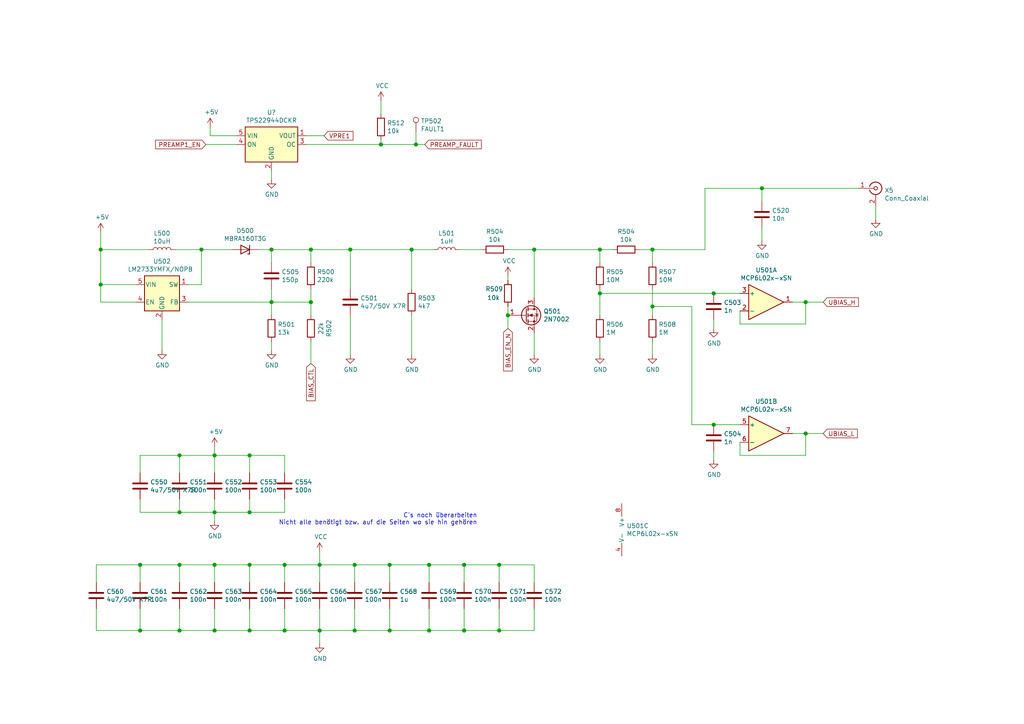
<source format=kicad_sch>
(kicad_sch (version 20210406) (generator eeschema)
  (paper "A4")
  (lib_symbols
    (symbol "Amplifier_Operational:MCP6L02x-xSN" (pin_names (offset 0.127))
      (property "Reference" "U" (at 2.54 6.35 0))
      (property "Value" "MCP6L02x-xSN" (at 2.54 3.81 0))
      (symbol "MCP6L02x-xSN_1_1"
        (polyline (pts (xy 5.08 0) (xy -5.08 5.08) (xy -5.08 -5.08) (xy 5.08 0)) (stroke (width 0.254)) (fill (type background)))
        (pin output line (at 7.62 0 180) (length 2.54) (name "~") (number "1"))
        (pin input line (at -7.62 -2.54 0) (length 2.54) (name "-") (number "2"))
        (pin input line (at -7.62 2.54 0) (length 2.54) (name "+") (number "3"))
      )
      (symbol "MCP6L02x-xSN_2_1"
        (polyline (pts (xy 5.08 0) (xy -5.08 5.08) (xy -5.08 -5.08) (xy 5.08 0)) (stroke (width 0.254)) (fill (type background)))
        (pin input line (at -7.62 2.54 0) (length 2.54) (name "+") (number "5"))
        (pin input line (at -7.62 -2.54 0) (length 2.54) (name "-") (number "6"))
        (pin output line (at 7.62 0 180) (length 2.54) (name "~") (number "7"))
      )
      (symbol "MCP6L02x-xSN_3_1"
        (pin power_in line (at 0 -7.62 90) (length 3.81) (name "V-") (number "4"))
        (pin power_in line (at 0 7.62 270) (length 3.81) (name "V+") (number "8"))
      )
    )
    (symbol "Amplifier_Operational:MCP6L02x-xSN_1" (pin_names (offset 0.127))
      (property "Reference" "U" (at 2.54 6.35 0))
      (property "Value" "MCP6L02x-xSN" (at 2.54 3.81 0))
      (symbol "MCP6L02x-xSN_1_1_1"
        (polyline (pts (xy 5.08 0) (xy -5.08 5.08) (xy -5.08 -5.08) (xy 5.08 0)) (stroke (width 0.254)) (fill (type background)))
        (pin output line (at 7.62 0 180) (length 2.54) (name "~") (number "1"))
        (pin input line (at -7.62 -2.54 0) (length 2.54) (name "-") (number "2"))
        (pin input line (at -7.62 2.54 0) (length 2.54) (name "+") (number "3"))
      )
      (symbol "MCP6L02x-xSN_1_2_1"
        (polyline (pts (xy 5.08 0) (xy -5.08 5.08) (xy -5.08 -5.08) (xy 5.08 0)) (stroke (width 0.254)) (fill (type background)))
        (pin input line (at -7.62 2.54 0) (length 2.54) (name "+") (number "5"))
        (pin input line (at -7.62 -2.54 0) (length 2.54) (name "-") (number "6"))
        (pin output line (at 7.62 0 180) (length 2.54) (name "~") (number "7"))
      )
      (symbol "MCP6L02x-xSN_1_3_1"
        (pin power_in line (at 0 -7.62 90) (length 3.81) (name "V-") (number "4"))
        (pin power_in line (at 0 7.62 270) (length 3.81) (name "V+") (number "8"))
      )
    )
    (symbol "Amplifier_Operational:MCP6L02x-xSN_2" (pin_names (offset 0.127))
      (property "Reference" "U" (at 2.54 6.35 0))
      (property "Value" "MCP6L02x-xSN" (at 2.54 3.81 0))
      (symbol "MCP6L02x-xSN_2_1_1"
        (polyline (pts (xy 5.08 0) (xy -5.08 5.08) (xy -5.08 -5.08) (xy 5.08 0)) (stroke (width 0.254)) (fill (type background)))
        (pin output line (at 7.62 0 180) (length 2.54) (name "~") (number "1"))
        (pin input line (at -7.62 -2.54 0) (length 2.54) (name "-") (number "2"))
        (pin input line (at -7.62 2.54 0) (length 2.54) (name "+") (number "3"))
      )
      (symbol "MCP6L02x-xSN_2_2_1"
        (polyline (pts (xy 5.08 0) (xy -5.08 5.08) (xy -5.08 -5.08) (xy 5.08 0)) (stroke (width 0.254)) (fill (type background)))
        (pin input line (at -7.62 2.54 0) (length 2.54) (name "+") (number "5"))
        (pin input line (at -7.62 -2.54 0) (length 2.54) (name "-") (number "6"))
        (pin output line (at 7.62 0 180) (length 2.54) (name "~") (number "7"))
      )
      (symbol "MCP6L02x-xSN_2_3_1"
        (pin power_in line (at 0 -7.62 90) (length 3.81) (name "V-") (number "4"))
        (pin power_in line (at 0 7.62 270) (length 3.81) (name "V+") (number "8"))
      )
    )
    (symbol "Connector:Conn_Coaxial" (pin_names (offset 1.016) hide)
      (property "Reference" "J" (at 0.254 3.048 0))
      (property "Value" "Conn_Coaxial" (at 2.921 0 90))
      (symbol "Conn_Coaxial_0_1"
        (arc (start -1.778 0.508) (end 1.778 0) (radius (at -0.0508 0) (length 1.8034) (angles 163.6 0)) (stroke (width 0.254)))
        (arc (start 1.778 0) (end -1.778 -0.508) (radius (at -0.0254 0) (length 1.8034) (angles 0 -163.8)) (stroke (width 0.254)))
        (circle (center 0 0) (radius 0.508) (stroke (width 0.2032)))
        (polyline (pts (xy -2.54 0) (xy -0.508 0)))
        (polyline (pts (xy 0 -2.54) (xy 0 -1.778)))
      )
      (symbol "Conn_Coaxial_1_1"
        (pin passive line (at -5.08 0 0) (length 2.54) (name "In") (number "1"))
        (pin passive line (at 0 -5.08 90) (length 2.54) (name "Ext") (number "2"))
      )
    )
    (symbol "Connector:TestPoint" (pin_numbers hide) (pin_names (offset 0.762) hide)
      (property "Reference" "TP" (at 0 6.858 0))
      (property "Value" "TestPoint" (at 0 5.08 0))
      (symbol "TestPoint_0_1"
        (circle (center 0 3.302) (radius 0.762))
      )
      (symbol "TestPoint_1_1"
        (pin passive line (at 0 0 90) (length 2.54) (name "1") (number "1"))
      )
    )
    (symbol "Device:C" (pin_numbers hide) (pin_names (offset 0.254))
      (property "Reference" "C" (at 0.635 2.54 0))
      (property "Value" "C" (at 0.635 -2.54 0))
      (symbol "C_0_1"
        (polyline (pts (xy -2.032 -0.762) (xy 2.032 -0.762)) (stroke (width 0.508)))
        (polyline (pts (xy -2.032 0.762) (xy 2.032 0.762)) (stroke (width 0.508)))
      )
      (symbol "C_1_1"
        (pin passive line (at 0 3.81 270) (length 2.794) (name "~") (number "1"))
        (pin passive line (at 0 -3.81 90) (length 2.794) (name "~") (number "2"))
      )
    )
    (symbol "Device:D_Zener" (pin_numbers hide) (pin_names (offset 1.016) hide)
      (property "Reference" "D" (at 0 2.54 0))
      (property "Value" "D_Zener" (at 0 -2.54 0))
      (symbol "D_Zener_0_1"
        (polyline (pts (xy 1.27 0) (xy -1.27 0)))
        (polyline (pts (xy -1.27 -1.27) (xy -1.27 1.27) (xy -0.762 1.27)) (stroke (width 0.254)))
        (polyline (pts (xy 1.27 -1.27) (xy 1.27 1.27) (xy -1.27 0) (xy 1.27 -1.27)) (stroke (width 0.254)))
      )
      (symbol "D_Zener_1_1"
        (pin passive line (at -3.81 0 0) (length 2.54) (name "K") (number "1"))
        (pin passive line (at 3.81 0 180) (length 2.54) (name "A") (number "2"))
      )
    )
    (symbol "Device:L" (pin_numbers hide) (pin_names (offset 1.016) hide)
      (property "Reference" "L" (at -1.27 0 90))
      (property "Value" "L" (at 1.905 0 90))
      (symbol "L_0_1"
        (arc (start 0 -2.54) (end 0 -1.27) (radius (at 0 -1.905) (length 0.635) (angles -89.9 89.9)))
        (arc (start 0 -1.27) (end 0 0) (radius (at 0 -0.635) (length 0.635) (angles -89.9 89.9)))
        (arc (start 0 0) (end 0 1.27) (radius (at 0 0.635) (length 0.635) (angles -89.9 89.9)))
        (arc (start 0 1.27) (end 0 2.54) (radius (at 0 1.905) (length 0.635) (angles -89.9 89.9)))
      )
      (symbol "L_1_1"
        (pin passive line (at 0 3.81 270) (length 1.27) (name "1") (number "1"))
        (pin passive line (at 0 -3.81 90) (length 1.27) (name "2") (number "2"))
      )
    )
    (symbol "Device:R" (pin_numbers hide) (pin_names (offset 0))
      (property "Reference" "R" (at 2.032 0 90))
      (property "Value" "R" (at 0 0 90))
      (symbol "R_0_1"
        (rectangle (start -1.016 -2.54) (end 1.016 2.54) (stroke (width 0.254)))
      )
      (symbol "R_1_1"
        (pin passive line (at 0 3.81 270) (length 1.27) (name "~") (number "1"))
        (pin passive line (at 0 -3.81 90) (length 1.27) (name "~") (number "2"))
      )
    )
    (symbol "Regulator_Switching:LM2733YMF" (pin_names (offset 0.254))
      (property "Reference" "U" (at -5.08 6.35 0))
      (property "Value" "LM2733YMF" (at 0 6.35 0))
      (symbol "LM2733YMF_0_1"
        (rectangle (start -5.08 5.08) (end 5.08 -5.08) (stroke (width 0.254)) (fill (type background)))
      )
      (symbol "LM2733YMF_1_1"
        (pin output line (at 7.62 2.54 180) (length 2.54) (name "SW") (number "1"))
        (pin power_in line (at 0 -7.62 90) (length 2.54) (name "GND") (number "2"))
        (pin input line (at 7.62 -2.54 180) (length 2.54) (name "FB") (number "3"))
        (pin input line (at -7.62 -2.54 0) (length 2.54) (name "EN") (number "4"))
        (pin input line (at -7.62 2.54 0) (length 2.54) (name "VIN") (number "5"))
      )
    )
    (symbol "Transistor_FET:2N7002" (pin_names hide)
      (property "Reference" "Q" (at 5.08 1.905 0))
      (property "Value" "2N7002" (at 5.08 0 0))
      (symbol "2N7002_0_1"
        (circle (center 1.651 0) (radius 2.794) (stroke (width 0.254)))
        (circle (center 2.54 -1.778) (radius 0.254) (fill (type outline)))
        (circle (center 2.54 1.778) (radius 0.254) (fill (type outline)))
        (polyline (pts (xy 0.254 0) (xy -2.54 0)))
        (polyline (pts (xy 0.254 1.905) (xy 0.254 -1.905)) (stroke (width 0.254)))
        (polyline (pts (xy 0.762 -1.27) (xy 0.762 -2.286)) (stroke (width 0.254)))
        (polyline (pts (xy 0.762 0.508) (xy 0.762 -0.508)) (stroke (width 0.254)))
        (polyline (pts (xy 0.762 2.286) (xy 0.762 1.27)) (stroke (width 0.254)))
        (polyline (pts (xy 2.54 2.54) (xy 2.54 1.778)))
        (polyline (pts (xy 2.54 -2.54) (xy 2.54 0) (xy 0.762 0)))
        (polyline (pts (xy 0.762 -1.778) (xy 3.302 -1.778) (xy 3.302 1.778) (xy 0.762 1.778)))
        (polyline (pts (xy 2.794 0.508) (xy 2.921 0.381) (xy 3.683 0.381) (xy 3.81 0.254)))
        (polyline (pts (xy 3.302 0.381) (xy 2.921 -0.254) (xy 3.683 -0.254) (xy 3.302 0.381)))
        (polyline (pts (xy 1.016 0) (xy 2.032 0.381) (xy 2.032 -0.381) (xy 1.016 0)) (fill (type outline)))
      )
      (symbol "2N7002_1_1"
        (pin input line (at -5.08 0 0) (length 2.54) (name "G") (number "1"))
        (pin passive line (at 2.54 -5.08 90) (length 2.54) (name "S") (number "2"))
        (pin passive line (at 2.54 5.08 270) (length 2.54) (name "D") (number "3"))
      )
    )
    (symbol "muonpi-kicad-library:TPS22944DCKR"
      (property "Reference" "U" (at -6.35 6.35 0))
      (property "Value" "TPS22944DCKR" (at 2.54 6.35 0))
      (symbol "TPS22944DCKR_0_1"
        (rectangle (start -7.62 5.08) (end 7.62 -5.08) (stroke (width 0.254)) (fill (type background)))
      )
      (symbol "TPS22944DCKR_1_1"
        (pin power_out line (at 10.16 2.54 180) (length 2.54) (name "VOUT") (number "1"))
        (pin power_in line (at 0 -7.62 90) (length 2.54) (name "GND") (number "2"))
        (pin open_collector line (at 10.16 0 180) (length 2.54) (name "OC") (number "3"))
        (pin input line (at -10.16 0 0) (length 2.54) (name "ON") (number "4"))
        (pin power_in line (at -10.16 2.54 0) (length 2.54) (name "VIN") (number "5"))
      )
    )
    (symbol "power:+5V" (power) (pin_names (offset 0))
      (property "Value" "+5V" (at 0 3.556 0))
      (symbol "+5V_0_1"
        (polyline (pts (xy -0.762 1.27) (xy 0 2.54)))
        (polyline (pts (xy 0 0) (xy 0 2.54)))
        (polyline (pts (xy 0 2.54) (xy 0.762 1.27)))
      )
      (symbol "+5V_1_1"
        (pin power_in line (at 0 0 90) (length 0) hide (name "+5V") (number "1"))
      )
    )
    (symbol "power:GND" (power) (pin_names (offset 0))
      (property "Value" "GND" (at 0 -3.81 0))
      (symbol "GND_0_1"
        (polyline (pts (xy 0 0) (xy 0 -1.27) (xy 1.27 -1.27) (xy 0 -2.54) (xy -1.27 -1.27) (xy 0 -1.27)))
      )
      (symbol "GND_1_1"
        (pin power_in line (at 0 0 270) (length 0) hide (name "GND") (number "1"))
      )
    )
    (symbol "power:VCC" (power) (pin_names (offset 0))
      (property "Value" "VCC" (at 0 3.81 0))
      (symbol "VCC_0_1"
        (polyline (pts (xy -0.762 1.27) (xy 0 2.54)))
        (polyline (pts (xy 0 0) (xy 0 2.54)))
        (polyline (pts (xy 0 2.54) (xy 0.762 1.27)))
      )
      (symbol "VCC_1_1"
        (pin power_in line (at 0 0 90) (length 0) hide (name "VCC") (number "1"))
      )
    )
  )
  (junction (at 29.21 72.39) (diameter 1.016))
  (junction (at 29.21 82.55) (diameter 1.016))
  (junction (at 40.64 163.83) (diameter 1.016))
  (junction (at 40.64 182.88) (diameter 1.016))
  (junction (at 52.07 132.08) (diameter 1.016))
  (junction (at 52.07 148.59) (diameter 1.016))
  (junction (at 52.07 163.83) (diameter 1.016))
  (junction (at 52.07 182.88) (diameter 1.016))
  (junction (at 58.42 72.39) (diameter 1.016))
  (junction (at 62.23 132.08) (diameter 1.016))
  (junction (at 62.23 148.59) (diameter 1.016))
  (junction (at 62.23 163.83) (diameter 1.016))
  (junction (at 62.23 182.88) (diameter 1.016))
  (junction (at 72.39 132.08) (diameter 1.016))
  (junction (at 72.39 148.59) (diameter 1.016))
  (junction (at 72.39 163.83) (diameter 1.016))
  (junction (at 72.39 182.88) (diameter 1.016))
  (junction (at 78.74 72.39) (diameter 1.016))
  (junction (at 78.74 87.63) (diameter 1.016))
  (junction (at 82.55 163.83) (diameter 1.016))
  (junction (at 82.55 182.88) (diameter 1.016))
  (junction (at 90.17 72.39) (diameter 1.016))
  (junction (at 90.17 87.63) (diameter 1.016))
  (junction (at 92.71 163.83) (diameter 1.016))
  (junction (at 92.71 182.88) (diameter 1.016))
  (junction (at 101.6 72.39) (diameter 1.016))
  (junction (at 102.87 163.83) (diameter 1.016))
  (junction (at 102.87 182.88) (diameter 1.016))
  (junction (at 110.49 41.91) (diameter 1.016))
  (junction (at 113.03 163.83) (diameter 1.016))
  (junction (at 113.03 182.88) (diameter 1.016))
  (junction (at 119.38 72.39) (diameter 1.016))
  (junction (at 120.65 41.91) (diameter 1.016))
  (junction (at 124.46 163.83) (diameter 1.016))
  (junction (at 124.46 182.88) (diameter 1.016))
  (junction (at 134.62 163.83) (diameter 1.016))
  (junction (at 134.62 182.88) (diameter 1.016))
  (junction (at 144.78 163.83) (diameter 1.016))
  (junction (at 144.78 182.88) (diameter 1.016))
  (junction (at 147.32 91.44) (diameter 1.016))
  (junction (at 154.94 72.39) (diameter 1.016))
  (junction (at 173.99 72.39) (diameter 1.016))
  (junction (at 173.99 85.09) (diameter 1.016))
  (junction (at 189.23 72.39) (diameter 1.016))
  (junction (at 189.23 88.9) (diameter 1.016))
  (junction (at 207.01 85.09) (diameter 1.016))
  (junction (at 207.01 123.19) (diameter 1.016))
  (junction (at 220.98 54.61) (diameter 1.016))
  (junction (at 233.68 87.63) (diameter 1.016))
  (junction (at 233.68 125.73) (diameter 1.016))
  (wire (pts (xy 27.94 163.83) (xy 27.94 168.91)))
  (wire (pts (xy 27.94 176.53) (xy 27.94 182.88)))
  (wire (pts (xy 27.94 182.88) (xy 40.64 182.88)))
  (wire (pts (xy 29.21 72.39) (xy 29.21 67.31)))
  (wire (pts (xy 29.21 72.39) (xy 43.18 72.39)))
  (wire (pts (xy 29.21 82.55) (xy 29.21 72.39)))
  (wire (pts (xy 29.21 82.55) (xy 39.37 82.55)))
  (wire (pts (xy 29.21 87.63) (xy 29.21 82.55)))
  (wire (pts (xy 39.37 87.63) (xy 29.21 87.63)))
  (wire (pts (xy 40.64 132.08) (xy 40.64 137.16)))
  (wire (pts (xy 40.64 148.59) (xy 40.64 144.78)))
  (wire (pts (xy 40.64 163.83) (xy 27.94 163.83)))
  (wire (pts (xy 40.64 163.83) (xy 40.64 168.91)))
  (wire (pts (xy 40.64 176.53) (xy 40.64 182.88)))
  (wire (pts (xy 40.64 182.88) (xy 52.07 182.88)))
  (wire (pts (xy 46.99 92.71) (xy 46.99 101.6)))
  (wire (pts (xy 50.8 72.39) (xy 58.42 72.39)))
  (wire (pts (xy 52.07 132.08) (xy 40.64 132.08)))
  (wire (pts (xy 52.07 132.08) (xy 52.07 137.16)))
  (wire (pts (xy 52.07 144.78) (xy 52.07 148.59)))
  (wire (pts (xy 52.07 148.59) (xy 40.64 148.59)))
  (wire (pts (xy 52.07 163.83) (xy 40.64 163.83)))
  (wire (pts (xy 52.07 163.83) (xy 52.07 168.91)))
  (wire (pts (xy 52.07 176.53) (xy 52.07 182.88)))
  (wire (pts (xy 52.07 182.88) (xy 62.23 182.88)))
  (wire (pts (xy 54.61 82.55) (xy 58.42 82.55)))
  (wire (pts (xy 54.61 87.63) (xy 78.74 87.63)))
  (wire (pts (xy 58.42 72.39) (xy 67.31 72.39)))
  (wire (pts (xy 58.42 82.55) (xy 58.42 72.39)))
  (wire (pts (xy 59.69 41.91) (xy 68.58 41.91)))
  (wire (pts (xy 60.96 39.37) (xy 60.96 36.83)))
  (wire (pts (xy 62.23 129.54) (xy 62.23 132.08)))
  (wire (pts (xy 62.23 132.08) (xy 52.07 132.08)))
  (wire (pts (xy 62.23 132.08) (xy 62.23 137.16)))
  (wire (pts (xy 62.23 132.08) (xy 72.39 132.08)))
  (wire (pts (xy 62.23 144.78) (xy 62.23 148.59)))
  (wire (pts (xy 62.23 148.59) (xy 52.07 148.59)))
  (wire (pts (xy 62.23 148.59) (xy 62.23 151.13)))
  (wire (pts (xy 62.23 163.83) (xy 52.07 163.83)))
  (wire (pts (xy 62.23 163.83) (xy 62.23 168.91)))
  (wire (pts (xy 62.23 176.53) (xy 62.23 182.88)))
  (wire (pts (xy 62.23 182.88) (xy 72.39 182.88)))
  (wire (pts (xy 68.58 39.37) (xy 60.96 39.37)))
  (wire (pts (xy 72.39 132.08) (xy 72.39 137.16)))
  (wire (pts (xy 72.39 144.78) (xy 72.39 148.59)))
  (wire (pts (xy 72.39 148.59) (xy 62.23 148.59)))
  (wire (pts (xy 72.39 163.83) (xy 62.23 163.83)))
  (wire (pts (xy 72.39 163.83) (xy 72.39 168.91)))
  (wire (pts (xy 72.39 176.53) (xy 72.39 182.88)))
  (wire (pts (xy 72.39 182.88) (xy 82.55 182.88)))
  (wire (pts (xy 74.93 72.39) (xy 78.74 72.39)))
  (wire (pts (xy 78.74 49.53) (xy 78.74 52.07)))
  (wire (pts (xy 78.74 72.39) (xy 78.74 76.2)))
  (wire (pts (xy 78.74 72.39) (xy 90.17 72.39)))
  (wire (pts (xy 78.74 83.82) (xy 78.74 87.63)))
  (wire (pts (xy 78.74 87.63) (xy 78.74 91.44)))
  (wire (pts (xy 78.74 87.63) (xy 90.17 87.63)))
  (wire (pts (xy 78.74 99.06) (xy 78.74 101.6)))
  (wire (pts (xy 82.55 132.08) (xy 72.39 132.08)))
  (wire (pts (xy 82.55 137.16) (xy 82.55 132.08)))
  (wire (pts (xy 82.55 144.78) (xy 82.55 148.59)))
  (wire (pts (xy 82.55 148.59) (xy 72.39 148.59)))
  (wire (pts (xy 82.55 163.83) (xy 72.39 163.83)))
  (wire (pts (xy 82.55 163.83) (xy 82.55 168.91)))
  (wire (pts (xy 82.55 176.53) (xy 82.55 182.88)))
  (wire (pts (xy 82.55 182.88) (xy 92.71 182.88)))
  (wire (pts (xy 88.9 39.37) (xy 93.98 39.37)))
  (wire (pts (xy 88.9 41.91) (xy 110.49 41.91)))
  (wire (pts (xy 90.17 72.39) (xy 90.17 76.2)))
  (wire (pts (xy 90.17 72.39) (xy 101.6 72.39)))
  (wire (pts (xy 90.17 83.82) (xy 90.17 87.63)))
  (wire (pts (xy 90.17 87.63) (xy 90.17 91.44)))
  (wire (pts (xy 90.17 99.06) (xy 90.17 105.41)))
  (wire (pts (xy 92.71 160.02) (xy 92.71 163.83)))
  (wire (pts (xy 92.71 163.83) (xy 82.55 163.83)))
  (wire (pts (xy 92.71 163.83) (xy 92.71 168.91)))
  (wire (pts (xy 92.71 176.53) (xy 92.71 182.88)))
  (wire (pts (xy 92.71 182.88) (xy 92.71 186.69)))
  (wire (pts (xy 92.71 182.88) (xy 102.87 182.88)))
  (wire (pts (xy 101.6 72.39) (xy 101.6 83.82)))
  (wire (pts (xy 101.6 72.39) (xy 119.38 72.39)))
  (wire (pts (xy 101.6 91.44) (xy 101.6 102.87)))
  (wire (pts (xy 102.87 163.83) (xy 92.71 163.83)))
  (wire (pts (xy 102.87 163.83) (xy 102.87 168.91)))
  (wire (pts (xy 102.87 176.53) (xy 102.87 182.88)))
  (wire (pts (xy 102.87 182.88) (xy 113.03 182.88)))
  (wire (pts (xy 110.49 29.21) (xy 110.49 33.02)))
  (wire (pts (xy 110.49 41.91) (xy 110.49 40.64)))
  (wire (pts (xy 110.49 41.91) (xy 120.65 41.91)))
  (wire (pts (xy 113.03 163.83) (xy 102.87 163.83)))
  (wire (pts (xy 113.03 163.83) (xy 113.03 168.91)))
  (wire (pts (xy 113.03 176.53) (xy 113.03 182.88)))
  (wire (pts (xy 113.03 182.88) (xy 124.46 182.88)))
  (wire (pts (xy 119.38 72.39) (xy 119.38 83.82)))
  (wire (pts (xy 119.38 72.39) (xy 125.73 72.39)))
  (wire (pts (xy 119.38 91.44) (xy 119.38 102.87)))
  (wire (pts (xy 120.65 38.1) (xy 120.65 41.91)))
  (wire (pts (xy 120.65 41.91) (xy 123.19 41.91)))
  (wire (pts (xy 124.46 163.83) (xy 113.03 163.83)))
  (wire (pts (xy 124.46 163.83) (xy 124.46 168.91)))
  (wire (pts (xy 124.46 176.53) (xy 124.46 182.88)))
  (wire (pts (xy 124.46 182.88) (xy 134.62 182.88)))
  (wire (pts (xy 133.35 72.39) (xy 139.7 72.39)))
  (wire (pts (xy 134.62 163.83) (xy 124.46 163.83)))
  (wire (pts (xy 134.62 163.83) (xy 134.62 168.91)))
  (wire (pts (xy 134.62 176.53) (xy 134.62 182.88)))
  (wire (pts (xy 134.62 182.88) (xy 144.78 182.88)))
  (wire (pts (xy 144.78 163.83) (xy 134.62 163.83)))
  (wire (pts (xy 144.78 163.83) (xy 144.78 168.91)))
  (wire (pts (xy 144.78 176.53) (xy 144.78 182.88)))
  (wire (pts (xy 144.78 182.88) (xy 154.94 182.88)))
  (wire (pts (xy 147.32 80.01) (xy 147.32 81.28)))
  (wire (pts (xy 147.32 88.9) (xy 147.32 91.44)))
  (wire (pts (xy 147.32 91.44) (xy 147.32 95.25)))
  (wire (pts (xy 154.94 72.39) (xy 147.32 72.39)))
  (wire (pts (xy 154.94 72.39) (xy 173.99 72.39)))
  (wire (pts (xy 154.94 86.36) (xy 154.94 72.39)))
  (wire (pts (xy 154.94 96.52) (xy 154.94 102.87)))
  (wire (pts (xy 154.94 163.83) (xy 144.78 163.83)))
  (wire (pts (xy 154.94 168.91) (xy 154.94 163.83)))
  (wire (pts (xy 154.94 182.88) (xy 154.94 176.53)))
  (wire (pts (xy 173.99 72.39) (xy 173.99 76.2)))
  (wire (pts (xy 173.99 72.39) (xy 177.8 72.39)))
  (wire (pts (xy 173.99 83.82) (xy 173.99 85.09)))
  (wire (pts (xy 173.99 85.09) (xy 173.99 91.44)))
  (wire (pts (xy 173.99 85.09) (xy 207.01 85.09)))
  (wire (pts (xy 173.99 99.06) (xy 173.99 102.87)))
  (wire (pts (xy 189.23 72.39) (xy 185.42 72.39)))
  (wire (pts (xy 189.23 72.39) (xy 204.47 72.39)))
  (wire (pts (xy 189.23 76.2) (xy 189.23 72.39)))
  (wire (pts (xy 189.23 83.82) (xy 189.23 88.9)))
  (wire (pts (xy 189.23 88.9) (xy 189.23 91.44)))
  (wire (pts (xy 189.23 99.06) (xy 189.23 102.87)))
  (wire (pts (xy 200.66 88.9) (xy 189.23 88.9)))
  (wire (pts (xy 200.66 123.19) (xy 200.66 88.9)))
  (wire (pts (xy 200.66 123.19) (xy 207.01 123.19)))
  (wire (pts (xy 204.47 54.61) (xy 220.98 54.61)))
  (wire (pts (xy 204.47 72.39) (xy 204.47 54.61)))
  (wire (pts (xy 207.01 85.09) (xy 214.63 85.09)))
  (wire (pts (xy 207.01 92.71) (xy 207.01 95.25)))
  (wire (pts (xy 207.01 123.19) (xy 214.63 123.19)))
  (wire (pts (xy 207.01 130.81) (xy 207.01 133.35)))
  (wire (pts (xy 214.63 90.17) (xy 214.63 93.98)))
  (wire (pts (xy 214.63 93.98) (xy 233.68 93.98)))
  (wire (pts (xy 214.63 128.27) (xy 214.63 132.08)))
  (wire (pts (xy 214.63 132.08) (xy 233.68 132.08)))
  (wire (pts (xy 220.98 54.61) (xy 220.98 58.42)))
  (wire (pts (xy 220.98 54.61) (xy 248.92 54.61)))
  (wire (pts (xy 220.98 66.04) (xy 220.98 69.85)))
  (wire (pts (xy 229.87 87.63) (xy 233.68 87.63)))
  (wire (pts (xy 233.68 87.63) (xy 233.68 93.98)))
  (wire (pts (xy 233.68 87.63) (xy 238.76 87.63)))
  (wire (pts (xy 233.68 125.73) (xy 229.87 125.73)))
  (wire (pts (xy 233.68 125.73) (xy 238.76 125.73)))
  (wire (pts (xy 233.68 132.08) (xy 233.68 125.73)))
  (wire (pts (xy 254 59.69) (xy 254 63.5)))
  (text "C's noch überarbeiten\nNicht alle benötigt bzw. auf die Seiten wo sie hin gehören" (at 138.43 152.4 0) (effects (font (size 1.27 1.27)) (justify right bottom)))
  (global_label "PREAMP1_EN" (shape input) (at 59.69 41.91 180) (property "Intersheet References" "${INTERSHEET_REFS}" (effects hide)))
  (global_label "BIAS_CTL" (shape input) (at 90.17 105.41 270) (property "Intersheet References" "${INTERSHEET_REFS}" (effects hide)))
  (global_label "VPRE1" (shape input) (at 93.98 39.37 0) (property "Intersheet References" "${INTERSHEET_REFS}" (effects hide)))
  (global_label "PREAMP_FAULT" (shape input) (at 123.19 41.91 0) (property "Intersheet References" "${INTERSHEET_REFS}" (effects hide)))
  (global_label "BIAS_EN_N" (shape input) (at 147.32 95.25 270) (property "Intersheet References" "${INTERSHEET_REFS}" (effects hide)))
  (global_label "UBIAS_H" (shape input) (at 238.76 87.63 0) (property "Intersheet References" "${INTERSHEET_REFS}" (effects hide)))
  (global_label "UBIAS_L" (shape input) (at 238.76 125.73 0) (property "Intersheet References" "${INTERSHEET_REFS}" (effects hide)))
  (symbol (lib_id "power:+5V") (at 29.21 67.31 0) (unit 1)
    (property "Reference" "#PWR0176" (effects hide))
    (property "Value" "+5V" (at 29.5783 62.9856 0))
  )
  (symbol (lib_id "power:+5V") (at 60.96 36.83 0) (unit 1)
    (property "Reference" "#PWR0174" (effects hide))
    (property "Value" "+5V" (at 61.3283 32.5056 0))
  )
  (symbol (lib_id "power:+5V") (at 62.23 129.54 0) (unit 1)
    (property "Reference" "#PWR0179" (effects hide))
    (property "Value" "+5V" (at 62.5983 125.2156 0))
  )
  (symbol (lib_id "power:VCC") (at 92.71 160.02 0) (unit 1)
    (property "Reference" "#PWR0192" (effects hide))
    (property "Value" "VCC" (at 93.0783 155.6956 0))
  )
  (symbol (lib_id "power:VCC") (at 110.49 29.21 0) (unit 1)
    (property "Reference" "#PWR0177" (effects hide))
    (property "Value" "VCC" (at 110.8583 24.8856 0))
  )
  (symbol (lib_id "power:VCC") (at 147.32 80.01 0) (unit 1)
    (property "Reference" "#PWR0184" (effects hide))
    (property "Value" "VCC" (at 147.6883 75.6856 0))
  )
  (symbol (lib_id "Connector:TestPoint") (at 120.65 38.1 0) (unit 1)
    (property "Reference" "TP502" (at 122.0471 35.1091 0) (effects (justify left)))
    (property "Value" "FAULT1" (at 122.0471 37.4078 0) (effects (justify left)))
  )
  (symbol (lib_id "power:GND") (at 46.99 101.6 0) (unit 1)
    (property "Reference" "#PWR0181" (effects hide))
    (property "Value" "GND" (at 47.1043 105.9244 0))
  )
  (symbol (lib_id "power:GND") (at 62.23 151.13 0) (unit 1)
    (property "Reference" "#PWR0178" (effects hide))
    (property "Value" "GND" (at 62.3443 155.4544 0))
  )
  (symbol (lib_id "power:GND") (at 78.74 52.07 0) (unit 1)
    (property "Reference" "#PWR0175" (effects hide))
    (property "Value" "GND" (at 78.8543 56.3944 0))
  )
  (symbol (lib_id "power:GND") (at 78.74 101.6 0) (unit 1)
    (property "Reference" "#PWR0180" (effects hide))
    (property "Value" "GND" (at 78.8543 105.9244 0))
  )
  (symbol (lib_id "power:GND") (at 92.71 186.69 0) (unit 1)
    (property "Reference" "#PWR0182" (effects hide))
    (property "Value" "GND" (at 92.8243 191.0144 0))
  )
  (symbol (lib_id "power:GND") (at 101.6 102.87 0) (unit 1)
    (property "Reference" "#PWR0183" (effects hide))
    (property "Value" "GND" (at 101.7143 107.1944 0))
  )
  (symbol (lib_id "power:GND") (at 119.38 102.87 0) (unit 1)
    (property "Reference" "#PWR0186" (effects hide))
    (property "Value" "GND" (at 119.4943 107.1944 0))
  )
  (symbol (lib_id "power:GND") (at 154.94 102.87 0) (unit 1)
    (property "Reference" "#PWR0187" (effects hide))
    (property "Value" "GND" (at 155.0543 107.1944 0))
  )
  (symbol (lib_id "power:GND") (at 173.99 102.87 0) (unit 1)
    (property "Reference" "#PWR0185" (effects hide))
    (property "Value" "GND" (at 174.1043 107.1944 0))
  )
  (symbol (lib_id "power:GND") (at 189.23 102.87 0) (unit 1)
    (property "Reference" "#PWR0191" (effects hide))
    (property "Value" "GND" (at 189.3443 107.1944 0))
  )
  (symbol (lib_id "power:GND") (at 207.01 95.25 0) (unit 1)
    (property "Reference" "#PWR0189" (effects hide))
    (property "Value" "GND" (at 207.1243 99.5744 0))
  )
  (symbol (lib_id "power:GND") (at 207.01 133.35 0) (unit 1)
    (property "Reference" "#PWR0193" (effects hide))
    (property "Value" "GND" (at 207.1243 137.6744 0))
  )
  (symbol (lib_id "power:GND") (at 220.98 69.85 0) (unit 1)
    (property "Reference" "#PWR0188" (effects hide))
    (property "Value" "GND" (at 221.0943 74.1744 0))
  )
  (symbol (lib_id "power:GND") (at 254 63.5 0) (unit 1)
    (property "Reference" "#PWR0190" (effects hide))
    (property "Value" "GND" (at 254.1143 67.8244 0))
  )
  (symbol (lib_id "Device:L") (at 46.99 72.39 90) (unit 1)
    (property "Reference" "L500" (at 46.99 67.6718 90))
    (property "Value" "10uH" (at 46.99 69.9705 90))
    (property "Footprint" "Inductor_SMD:L_1812_4532Metric_Pad1.30x3.40mm_HandSolder" (effects hide))
    (property "OriginalType" "LQH43MN100J03L " (effects hide))
    (property "Supplier" "LCSC " (effects hide))
  )
  (symbol (lib_id "Device:L") (at 129.54 72.39 90) (unit 1)
    (property "Reference" "L501" (at 129.54 67.6718 90))
    (property "Value" "1uH" (at 129.54 69.9705 90))
    (property "Footprint" "Inductor_SMD:L_0805_2012Metric_Pad1.15x1.40mm_HandSolder" (effects hide))
    (property "OriginalType" "L-15F1R0JV4E " (effects hide))
    (property "Supplier" "Mouser" (effects hide))
  )
  (symbol (lib_id "Amplifier_Operational:MCP6L02x-xSN") (at 180.34 153.67 0) (unit 3)
    (property "Reference" "U501" (at 181.7244 152.5206 0) (effects (justify left)))
    (property "Value" "MCP6L02x-xSN" (at 181.7244 154.8193 0) (effects (justify left)))
    (property "Footprint" "Package_SO:SOIC-8_3.9x4.9mm_P1.27mm" (effects hide))
    (property "Datasheet" "http://ww1.microchip.com/downloads/en/devicedoc/22140b.pdf" (effects hide))
  )
  (symbol (lib_id "Device:R") (at 78.74 95.25 0) (unit 1)
    (property "Reference" "R501" (at 80.5181 94.1006 0) (effects (justify left)))
    (property "Value" "13k" (at 80.5181 96.3993 0) (effects (justify left)))
    (property "Footprint" "Resistor_SMD:R_0805_2012Metric_Pad1.20x1.40mm_HandSolder" (effects hide))
    (property "JLCBasicPart" "Basic" (effects hide))
    (property "JLCPartNr" "C17455" (effects hide))
    (property "JLCType" "0805W8F1302T5E" (effects hide))
    (property "OriginalType" "0805W8F1302T5E" (effects hide))
  )
  (symbol (lib_id "Device:R") (at 90.17 80.01 0) (unit 1)
    (property "Reference" "R500" (at 91.9481 78.8606 0) (effects (justify left)))
    (property "Value" "220k" (at 91.9481 81.1593 0) (effects (justify left)))
    (property "Footprint" "Resistor_SMD:R_0805_2012Metric_Pad1.20x1.40mm_HandSolder" (effects hide))
    (property "JLCBasicPart" "Basic" (effects hide))
    (property "JLCPartNr" "C17556" (effects hide))
    (property "JLCType" "0805W8F2203T5E" (effects hide))
    (property "OriginalType" "RS-05K224JT" (effects hide))
  )
  (symbol (lib_id "Device:R") (at 90.17 95.25 0) (unit 1)
    (property "Reference" "R502" (at 95.3962 95.25 90))
    (property "Value" "22k" (at 93.0975 95.25 90))
    (property "Footprint" "Resistor_SMD:R_0805_2012Metric_Pad1.20x1.40mm_HandSolder" (effects hide))
    (property "JLCBasicPart" "Basic" (effects hide))
    (property "JLCPartNr" "C17560" (effects hide))
    (property "JLCType" "0805W8F2202T5E" (effects hide))
    (property "OriginalType" "0805W8F2202T5E" (effects hide))
  )
  (symbol (lib_id "Device:R") (at 110.49 36.83 0) (unit 1)
    (property "Reference" "R512" (at 112.2681 35.6806 0) (effects (justify left)))
    (property "Value" "10k" (at 112.2681 37.9793 0) (effects (justify left)))
    (property "Footprint" "Resistor_SMD:R_0805_2012Metric_Pad1.20x1.40mm_HandSolder" (effects hide))
    (property "JLCBasicPart" "Basic" (effects hide))
    (property "JLCPartNr" "C17414" (effects hide))
    (property "JLCType" "0805W8F1002T5E" (effects hide))
    (property "OriginalType" "WR08X1002FTL" (effects hide))
  )
  (symbol (lib_id "Device:R") (at 119.38 87.63 0) (unit 1)
    (property "Reference" "R503" (at 121.1581 86.4806 0) (effects (justify left)))
    (property "Value" "4k7" (at 121.1581 88.7793 0) (effects (justify left)))
    (property "Footprint" "Resistor_SMD:R_0805_2012Metric_Pad1.20x1.40mm_HandSolder" (effects hide))
    (property "JLCBasicPart" "Basic" (effects hide))
    (property "JLCPartNr" "C17673" (effects hide))
    (property "JLCType" "0805W8F4701T5E" (effects hide))
    (property "OriginalType" "RK73B2ATTD472J" (effects hide))
  )
  (symbol (lib_id "Device:R") (at 143.51 72.39 90) (unit 1)
    (property "Reference" "R504" (at 143.51 67.1638 90))
    (property "Value" "10k" (at 143.51 69.4625 90))
    (property "Footprint" "Resistor_SMD:R_0805_2012Metric_Pad1.20x1.40mm_HandSolder" (effects hide))
    (property "JLCBasicPart" "Basic" (effects hide))
    (property "JLCPartNr" "C17414" (effects hide))
    (property "JLCType" "0805W8F1002T5E" (effects hide))
    (property "OriginalType" "WR08X1002FTL" (effects hide))
  )
  (symbol (lib_id "Device:R") (at 147.32 85.09 180) (unit 1)
    (property "Reference" "R509" (at 143.3576 83.82 0))
    (property "Value" "10k" (at 143.1225 86.36 0))
    (property "Footprint" "Resistor_SMD:R_0805_2012Metric_Pad1.20x1.40mm_HandSolder" (effects hide))
    (property "JLCBasicPart" "Basic" (effects hide))
    (property "JLCPartNr" "C17414" (effects hide))
    (property "JLCType" "0805W8F1002T5E" (effects hide))
    (property "OriginalType" "WR08X1002FTL" (effects hide))
  )
  (symbol (lib_id "Device:R") (at 173.99 80.01 0) (unit 1)
    (property "Reference" "R505" (at 175.7681 78.8606 0) (effects (justify left)))
    (property "Value" "10M" (at 175.7681 81.1593 0) (effects (justify left)))
    (property "Footprint" "Resistor_SMD:R_0805_2012Metric_Pad1.20x1.40mm_HandSolder" (effects hide))
    (property "JLCBasicPart" "Basic" (effects hide))
    (property "JLCPartNr" "C26108" (effects hide))
    (property "JLCType" "0805W8F1005T5E" (effects hide))
    (property "OriginalType" "RTT051005FTP " (effects hide))
  )
  (symbol (lib_id "Device:R") (at 173.99 95.25 0) (unit 1)
    (property "Reference" "R506" (at 175.7681 94.1006 0) (effects (justify left)))
    (property "Value" "1M" (at 175.7681 96.3993 0) (effects (justify left)))
    (property "Footprint" "Resistor_SMD:R_0805_2012Metric_Pad1.20x1.40mm_HandSolder" (effects hide))
    (property "JLCBasicPart" "Basic" (effects hide))
    (property "JLCPartNr" "C17514" (effects hide))
    (property "JLCType" "0805W8F1004T5E" (effects hide))
    (property "OriginalType" "RS-05K1004FT" (effects hide))
  )
  (symbol (lib_id "Device:R") (at 181.61 72.39 90) (unit 1)
    (property "Reference" "R504" (at 181.61 67.1638 90))
    (property "Value" "10k" (at 181.61 69.4625 90))
    (property "Footprint" "Resistor_SMD:R_0805_2012Metric_Pad1.20x1.40mm_HandSolder" (effects hide))
    (property "JLCBasicPart" "Basic" (effects hide))
    (property "JLCPartNr" "C17414" (effects hide))
    (property "JLCType" "0805W8F1002T5E" (effects hide))
    (property "OriginalType" "WR08X1002FTL" (effects hide))
  )
  (symbol (lib_id "Device:R") (at 189.23 80.01 0) (unit 1)
    (property "Reference" "R507" (at 191.0081 78.8606 0) (effects (justify left)))
    (property "Value" "10M" (at 191.0081 81.1593 0) (effects (justify left)))
    (property "Footprint" "Resistor_SMD:R_0805_2012Metric_Pad1.20x1.40mm_HandSolder" (effects hide))
    (property "JLCBasicPart" "Basic" (effects hide))
    (property "JLCPartNr" "C26108" (effects hide))
    (property "JLCType" "0805W8F1005T5E" (effects hide))
    (property "OriginalType" "RTT051005FTP " (effects hide))
  )
  (symbol (lib_id "Device:R") (at 189.23 95.25 0) (unit 1)
    (property "Reference" "R508" (at 191.0081 94.1006 0) (effects (justify left)))
    (property "Value" "1M" (at 191.0081 96.3993 0) (effects (justify left)))
    (property "Footprint" "Resistor_SMD:R_0805_2012Metric_Pad1.20x1.40mm_HandSolder" (effects hide))
    (property "JLCBasicPart" "Basic" (effects hide))
    (property "JLCPartNr" "C17514" (effects hide))
    (property "JLCType" "0805W8F1004T5E" (effects hide))
    (property "OriginalType" "RS-05K1004FT" (effects hide))
  )
  (symbol (lib_id "Device:D_Zener") (at 71.12 72.39 180) (unit 1)
    (property "Reference" "D500" (at 71.12 66.9098 0))
    (property "Value" "MBRA160T3G" (at 71.12 69.2085 0))
    (property "Footprint" "Diode_SMD:D_SMA" (effects hide))
    (property "JLCBasicPart" "Extended" (effects hide))
    (property "JLCPartNr" "C49187" (effects hide))
    (property "JLCType" "MBRA160T3G" (effects hide))
    (property "OriginalType" "MBRA160T3G" (effects hide))
  )
  (symbol (lib_id "Device:C") (at 27.94 172.72 0) (unit 1)
    (property "Reference" "C560" (at 30.8611 171.5706 0) (effects (justify left)))
    (property "Value" "4u7/50V X7R" (at 30.8611 173.8693 0) (effects (justify left)))
    (property "Footprint" "Capacitor_SMD:C_1206_3216Metric_Pad1.33x1.80mm_HandSolder" (effects hide))
    (property "JLCBasicPart" "Basic" (effects hide))
    (property "JLCPartNr" "C29823" (effects hide))
    (property "JLCType" "1206B475K500NT" (effects hide))
    (property "OriginalType" "GRM31CR71H475KA12L" (effects hide))
  )
  (symbol (lib_id "Device:C") (at 40.64 140.97 0) (unit 1)
    (property "Reference" "C550" (at 43.5611 139.8206 0) (effects (justify left)))
    (property "Value" "4u7/50V X7R" (at 43.5611 142.1193 0) (effects (justify left)))
    (property "Footprint" "Capacitor_SMD:C_1206_3216Metric_Pad1.33x1.80mm_HandSolder" (effects hide))
    (property "JLCBasicPart" "Basic" (effects hide))
    (property "JLCPartNr" "C29823" (effects hide))
    (property "JLCType" "1206B475K500NT" (effects hide))
    (property "OriginalType" "GRM31CR71H475KA12L" (effects hide))
  )
  (symbol (lib_id "Device:C") (at 40.64 172.72 0) (unit 1)
    (property "Reference" "C561" (at 43.5611 171.5706 0) (effects (justify left)))
    (property "Value" "100n" (at 43.5611 173.8693 0) (effects (justify left)))
    (property "Footprint" "Capacitor_SMD:C_0805_2012Metric_Pad1.18x1.45mm_HandSolder" (effects hide))
    (property "JLCBasicPart" "Basic" (effects hide))
    (property "JLCPartNr" "C49678" (effects hide))
    (property "JLCType" "CC0805KRX7R9BB104" (effects hide))
    (property "OriginalType" "FN21X104K500PXG " (effects hide))
  )
  (symbol (lib_id "Device:C") (at 52.07 140.97 0) (unit 1)
    (property "Reference" "C551" (at 54.9911 139.8206 0) (effects (justify left)))
    (property "Value" "100n" (at 54.9911 142.1193 0) (effects (justify left)))
    (property "Footprint" "Capacitor_SMD:C_0805_2012Metric_Pad1.18x1.45mm_HandSolder" (effects hide))
    (property "JLCBasicPart" "Basic" (effects hide))
    (property "JLCPartNr" "C49678" (effects hide))
    (property "JLCType" "CC0805KRX7R9BB104" (effects hide))
    (property "OriginalType" "FN21X104K500PXG " (effects hide))
  )
  (symbol (lib_id "Device:C") (at 52.07 172.72 0) (unit 1)
    (property "Reference" "C562" (at 54.9911 171.5706 0) (effects (justify left)))
    (property "Value" "100n" (at 54.9911 173.8693 0) (effects (justify left)))
    (property "Footprint" "Capacitor_SMD:C_0805_2012Metric_Pad1.18x1.45mm_HandSolder" (effects hide))
    (property "JLCBasicPart" "Basic" (effects hide))
    (property "JLCPartNr" "C49678" (effects hide))
    (property "JLCType" "CC0805KRX7R9BB104" (effects hide))
    (property "OriginalType" "FN21X104K500PXG " (effects hide))
  )
  (symbol (lib_id "Device:C") (at 62.23 140.97 0) (unit 1)
    (property "Reference" "C552" (at 65.1511 139.8206 0) (effects (justify left)))
    (property "Value" "100n" (at 65.1511 142.1193 0) (effects (justify left)))
    (property "Footprint" "Capacitor_SMD:C_0805_2012Metric_Pad1.18x1.45mm_HandSolder" (effects hide))
    (property "JLCBasicPart" "Basic" (effects hide))
    (property "JLCPartNr" "C49678" (effects hide))
    (property "JLCType" "CC0805KRX7R9BB104" (effects hide))
    (property "OriginalType" "FN21X104K500PXG " (effects hide))
  )
  (symbol (lib_id "Device:C") (at 62.23 172.72 0) (unit 1)
    (property "Reference" "C563" (at 65.1511 171.5706 0) (effects (justify left)))
    (property "Value" "100n" (at 65.1511 173.8693 0) (effects (justify left)))
    (property "Footprint" "Capacitor_SMD:C_0805_2012Metric_Pad1.18x1.45mm_HandSolder" (effects hide))
    (property "JLCBasicPart" "Basic" (effects hide))
    (property "JLCPartNr" "C49678" (effects hide))
    (property "JLCType" "CC0805KRX7R9BB104" (effects hide))
    (property "OriginalType" "FN21X104K500PXG " (effects hide))
  )
  (symbol (lib_id "Device:C") (at 72.39 140.97 0) (unit 1)
    (property "Reference" "C553" (at 75.3111 139.8206 0) (effects (justify left)))
    (property "Value" "100n" (at 75.3111 142.1193 0) (effects (justify left)))
    (property "Footprint" "Capacitor_SMD:C_0805_2012Metric_Pad1.18x1.45mm_HandSolder" (effects hide))
    (property "JLCBasicPart" "Basic" (effects hide))
    (property "JLCPartNr" "C49678" (effects hide))
    (property "JLCType" "CC0805KRX7R9BB104" (effects hide))
    (property "OriginalType" "FN21X104K500PXG " (effects hide))
  )
  (symbol (lib_id "Device:C") (at 72.39 172.72 0) (unit 1)
    (property "Reference" "C564" (at 75.3111 171.5706 0) (effects (justify left)))
    (property "Value" "100n" (at 75.3111 173.8693 0) (effects (justify left)))
    (property "Footprint" "Capacitor_SMD:C_0805_2012Metric_Pad1.18x1.45mm_HandSolder" (effects hide))
    (property "JLCBasicPart" "Basic" (effects hide))
    (property "JLCPartNr" "C49678" (effects hide))
    (property "JLCType" "CC0805KRX7R9BB104" (effects hide))
    (property "OriginalType" "FN21X104K500PXG " (effects hide))
  )
  (symbol (lib_id "Device:C") (at 78.74 80.01 0) (unit 1)
    (property "Reference" "C505" (at 81.6611 78.8606 0) (effects (justify left)))
    (property "Value" "150p" (at 81.6611 81.1593 0) (effects (justify left)))
    (property "Footprint" "Capacitor_SMD:C_0805_2012Metric_Pad1.18x1.45mm_HandSolder" (effects hide))
    (property "JLCBasicPart" "Basic" (effects hide))
    (property "JLCPartNr" "C1716" (effects hide))
    (property "JLCType" "0805B151K500NT" (effects hide))
    (property "OriginalType" "TCC0805X7R151K500BT " (effects hide))
  )
  (symbol (lib_id "Device:C") (at 82.55 140.97 0) (unit 1)
    (property "Reference" "C554" (at 85.4711 139.8206 0) (effects (justify left)))
    (property "Value" "100n" (at 85.4711 142.1193 0) (effects (justify left)))
    (property "Footprint" "Capacitor_SMD:C_0805_2012Metric_Pad1.18x1.45mm_HandSolder" (effects hide))
    (property "JLCBasicPart" "Basic" (effects hide))
    (property "JLCPartNr" "C49678" (effects hide))
    (property "JLCType" "CC0805KRX7R9BB104" (effects hide))
    (property "OriginalType" "FN21X104K500PXG " (effects hide))
  )
  (symbol (lib_id "Device:C") (at 82.55 172.72 0) (unit 1)
    (property "Reference" "C565" (at 85.4711 171.5706 0) (effects (justify left)))
    (property "Value" "100n" (at 85.4711 173.8693 0) (effects (justify left)))
    (property "Footprint" "Capacitor_SMD:C_0805_2012Metric_Pad1.18x1.45mm_HandSolder" (effects hide))
    (property "JLCBasicPart" "Basic" (effects hide))
    (property "JLCPartNr" "C49678" (effects hide))
    (property "JLCType" "CC0805KRX7R9BB104" (effects hide))
    (property "OriginalType" "FN21X104K500PXG " (effects hide))
  )
  (symbol (lib_id "Device:C") (at 92.71 172.72 0) (unit 1)
    (property "Reference" "C566" (at 95.6311 171.5706 0) (effects (justify left)))
    (property "Value" "100n" (at 95.6311 173.8693 0) (effects (justify left)))
    (property "Footprint" "Capacitor_SMD:C_0805_2012Metric_Pad1.18x1.45mm_HandSolder" (effects hide))
    (property "JLCBasicPart" "Basic" (effects hide))
    (property "JLCPartNr" "C49678" (effects hide))
    (property "JLCType" "CC0805KRX7R9BB104" (effects hide))
    (property "OriginalType" "FN21X104K500PXG " (effects hide))
  )
  (symbol (lib_id "Device:C") (at 101.6 87.63 0) (unit 1)
    (property "Reference" "C501" (at 104.5211 86.4806 0) (effects (justify left)))
    (property "Value" "4u7/50V X7R" (at 104.5211 88.7793 0) (effects (justify left)))
    (property "Footprint" "Capacitor_SMD:C_1206_3216Metric_Pad1.33x1.80mm_HandSolder" (effects hide))
    (property "JLCBasicPart" "Basic" (effects hide))
    (property "JLCPartNr" "C29823" (effects hide))
    (property "JLCType" "1206B475K500NT" (effects hide))
    (property "OriginalType" "GRM31CR71H475KA12L" (effects hide))
  )
  (symbol (lib_id "Device:C") (at 102.87 172.72 0) (unit 1)
    (property "Reference" "C567" (at 105.7911 171.5706 0) (effects (justify left)))
    (property "Value" "100n" (at 105.7911 173.8693 0) (effects (justify left)))
    (property "Footprint" "Capacitor_SMD:C_0805_2012Metric_Pad1.18x1.45mm_HandSolder" (effects hide))
    (property "JLCBasicPart" "Basic" (effects hide))
    (property "JLCPartNr" "C49678" (effects hide))
    (property "JLCType" "CC0805KRX7R9BB104" (effects hide))
    (property "OriginalType" "FN21X104K500PXG " (effects hide))
  )
  (symbol (lib_id "Device:C") (at 113.03 172.72 0) (unit 1)
    (property "Reference" "C568" (at 115.9511 171.5706 0) (effects (justify left)))
    (property "Value" "1u" (at 115.9511 173.8693 0) (effects (justify left)))
    (property "Footprint" "Capacitor_SMD:C_0805_2012Metric_Pad1.18x1.45mm_HandSolder" (effects hide))
    (property "JLCBasicPart" "Basic" (effects hide))
    (property "JLCPartNr" "C28323" (effects hide))
    (property "JLCType" "CL21B105KBFNNNE" (effects hide))
    (property "OriginalType" "CL21B105KBFNNNE " (effects hide))
  )
  (symbol (lib_id "Device:C") (at 124.46 172.72 0) (unit 1)
    (property "Reference" "C569" (at 127.3811 171.5706 0) (effects (justify left)))
    (property "Value" "100n" (at 127.3811 173.8693 0) (effects (justify left)))
    (property "Footprint" "Capacitor_SMD:C_0805_2012Metric_Pad1.18x1.45mm_HandSolder" (effects hide))
    (property "JLCBasicPart" "Basic" (effects hide))
    (property "JLCPartNr" "C49678" (effects hide))
    (property "JLCType" "CC0805KRX7R9BB104" (effects hide))
    (property "OriginalType" "FN21X104K500PXG " (effects hide))
  )
  (symbol (lib_id "Device:C") (at 134.62 172.72 0) (unit 1)
    (property "Reference" "C570" (at 137.5411 171.5706 0) (effects (justify left)))
    (property "Value" "100n" (at 137.5411 173.8693 0) (effects (justify left)))
    (property "Footprint" "Capacitor_SMD:C_0805_2012Metric_Pad1.18x1.45mm_HandSolder" (effects hide))
    (property "JLCBasicPart" "Basic" (effects hide))
    (property "JLCPartNr" "C49678" (effects hide))
    (property "JLCType" "CC0805KRX7R9BB104" (effects hide))
    (property "OriginalType" "FN21X104K500PXG " (effects hide))
  )
  (symbol (lib_id "Device:C") (at 144.78 172.72 0) (unit 1)
    (property "Reference" "C571" (at 147.7011 171.5706 0) (effects (justify left)))
    (property "Value" "100n" (at 147.7011 173.8693 0) (effects (justify left)))
    (property "Footprint" "Capacitor_SMD:C_0805_2012Metric_Pad1.18x1.45mm_HandSolder" (effects hide))
    (property "JLCBasicPart" "Basic" (effects hide))
    (property "JLCPartNr" "C49678" (effects hide))
    (property "JLCType" "CC0805KRX7R9BB104" (effects hide))
    (property "OriginalType" "FN21X104K500PXG " (effects hide))
  )
  (symbol (lib_id "Device:C") (at 154.94 172.72 0) (unit 1)
    (property "Reference" "C572" (at 157.8611 171.5706 0) (effects (justify left)))
    (property "Value" "100n" (at 157.8611 173.8693 0) (effects (justify left)))
    (property "Footprint" "Capacitor_SMD:C_0805_2012Metric_Pad1.18x1.45mm_HandSolder" (effects hide))
    (property "JLCBasicPart" "Basic" (effects hide))
    (property "JLCPartNr" "C49678" (effects hide))
    (property "JLCType" "CC0805KRX7R9BB104" (effects hide))
    (property "OriginalType" "FN21X104K500PXG " (effects hide))
  )
  (symbol (lib_id "Device:C") (at 207.01 88.9 0) (unit 1)
    (property "Reference" "C503" (at 209.931 87.757 0) (effects (justify left)))
    (property "Value" "1n" (at 209.931 90.043 0) (effects (justify left)))
    (property "Footprint" "Capacitor_SMD:C_0805_2012Metric_Pad1.18x1.45mm_HandSolder" (effects hide))
    (property "JLCBasicPart" "Basic" (effects hide))
    (property "JLCPartNr" "C46653" (effects hide))
    (property "JLCType" "CL21B102KBCNNNC" (effects hide))
    (property "OriginalType" "0805B102K500CT " (effects hide))
  )
  (symbol (lib_id "Device:C") (at 207.01 127 0) (unit 1)
    (property "Reference" "C504" (at 209.9311 125.8506 0) (effects (justify left)))
    (property "Value" "1n" (at 209.9311 128.1493 0) (effects (justify left)))
    (property "Footprint" "Capacitor_SMD:C_0805_2012Metric_Pad1.18x1.45mm_HandSolder" (effects hide))
    (property "JLCBasicPart" "Basic" (effects hide))
    (property "JLCPartNr" "C46653" (effects hide))
    (property "JLCType" "CL21B102KBCNNNC" (effects hide))
    (property "OriginalType" "0805B102K500CT " (effects hide))
  )
  (symbol (lib_id "Device:C") (at 220.98 62.23 0) (unit 1)
    (property "Reference" "C520" (at 223.9011 61.0806 0) (effects (justify left)))
    (property "Value" "10n" (at 223.9011 63.3793 0) (effects (justify left)))
    (property "Footprint" "Capacitor_SMD:C_0805_2012Metric_Pad1.18x1.45mm_HandSolder" (effects hide))
    (property "JLCBasicPart" "Basic" (effects hide))
    (property "JLCPartNr" "C1710" (effects hide))
    (property "JLCType" "CL21B103KBANNNC" (effects hide))
    (property "OriginalType" "GRM216R71H103KA01D " (effects hide))
  )
  (symbol (lib_id "Connector:Conn_Coaxial") (at 254 54.61 0) (unit 1)
    (property "Reference" "X5" (at 256.5401 55.2259 0) (effects (justify left)))
    (property "Value" "Conn_Coaxial" (at 256.5401 57.5246 0) (effects (justify left)))
    (property "Datasheet" " ~" (effects hide))
  )
  (symbol (lib_id "Transistor_FET:2N7002") (at 152.4 91.44 0) (unit 1)
    (property "Reference" "Q501" (at 157.607 90.297 0) (effects (justify left)))
    (property "Value" "2N7002" (at 157.6071 92.5893 0) (effects (justify left)))
    (property "Footprint" "Package_TO_SOT_SMD:SOT-23" (effects hide))
    (property "Datasheet" "https://www.onsemi.com/pub/Collateral/NDS7002A-D.PDF" (effects hide))
  )
  (symbol (lib_name "Amplifier_Operational:MCP6L02x-xSN_2") (lib_id "Amplifier_Operational:MCP6L02x-xSN") (at 222.25 87.63 0) (unit 1)
    (property "Reference" "U501" (at 222.25 78.3398 0))
    (property "Value" "MCP6L02x-xSN" (at 222.25 80.6385 0))
    (property "Footprint" "Package_SO:SOIC-8_3.9x4.9mm_P1.27mm" (effects hide))
    (property "Datasheet" "http://ww1.microchip.com/downloads/en/devicedoc/22140b.pdf" (effects hide))
  )
  (symbol (lib_name "Amplifier_Operational:MCP6L02x-xSN_1") (lib_id "Amplifier_Operational:MCP6L02x-xSN") (at 222.25 125.73 0) (unit 2)
    (property "Reference" "U501" (at 222.25 116.4398 0))
    (property "Value" "MCP6L02x-xSN" (at 222.25 118.7385 0))
    (property "Footprint" "Package_SO:SOIC-8_3.9x4.9mm_P1.27mm" (effects hide))
    (property "Datasheet" "http://ww1.microchip.com/downloads/en/devicedoc/22140b.pdf" (effects hide))
  )
  (symbol (lib_id "Regulator_Switching:LM2733YMF") (at 46.99 85.09 0) (unit 1)
    (property "Reference" "U502" (at 46.99 75.7998 0))
    (property "Value" "LM2733YMFX/NOPB " (at 46.99 78.0985 0))
    (property "Footprint" "Package_TO_SOT_SMD:SOT-23-5" (effects hide))
    (property "Datasheet" "http://www.ti.com/lit/ds/symlink/lm2733.pdf" (effects hide))
    (property "JLCBasicPart" "Extended" (effects hide))
    (property "JLCPartNr" "C527399" (effects hide))
    (property "JLCType" "LM2733YMFX/NOPB" (effects hide))
    (property "OriginalType" "LM2733YMFX/NOPB" (effects hide))
    (property "Supplier" "LCSC " (effects hide))
  )
  (symbol (lib_id "muonpi-kicad-library:TPS22944DCKR") (at 78.74 41.91 0) (unit 1)
    (property "Reference" "U?" (at 78.74 32.6198 0))
    (property "Value" "TPS22944DCKR" (at 78.74 34.9185 0))
  )
)
</source>
